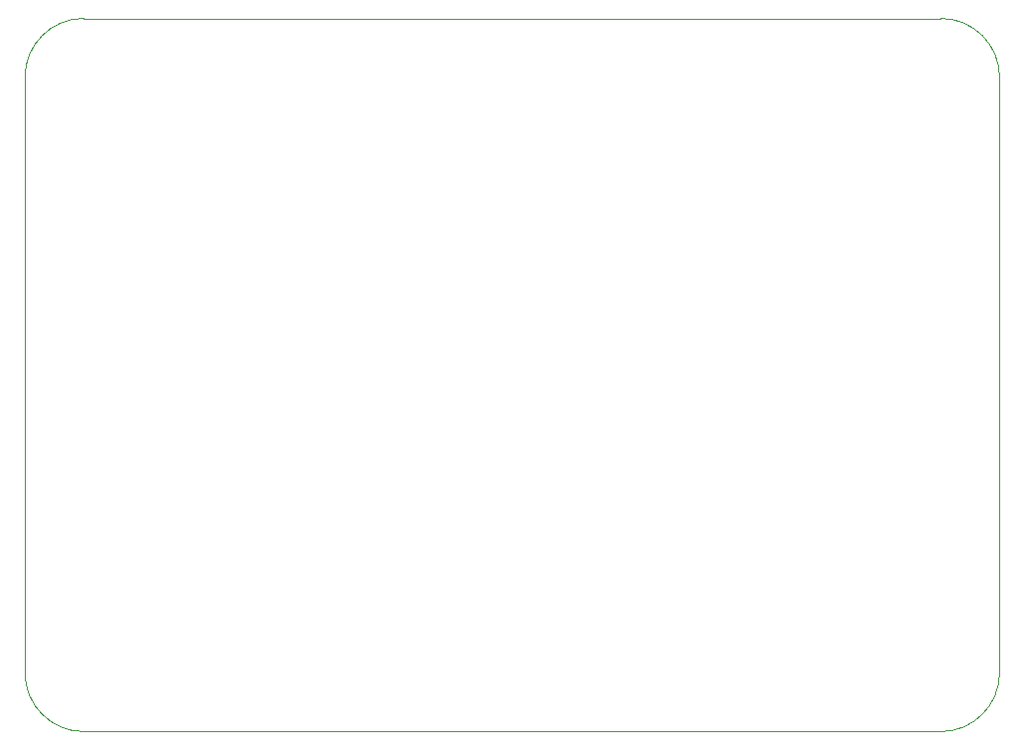
<source format=gko>
G04 Layer_Color=16711935*
%FSLAX25Y25*%
%MOIN*%
G70*
G01*
G75*
%ADD41C,0.00394*%
D41*
X1606Y23622D02*
G03*
X-18079Y3937I0J-19685D01*
G01*
X308685D02*
G03*
X289000Y23622I-19685J0D01*
G01*
X-18079Y-196000D02*
G03*
X1606Y-215685I19685J0D01*
G01*
X289000D02*
G03*
X308685Y-196000I0J19685D01*
G01*
X-18079D02*
X-18079Y3937D01*
X1606Y23622D02*
X289000D01*
X308685Y-196000D02*
X308685Y3937D01*
X1606Y-215685D02*
X289000D01*
M02*

</source>
